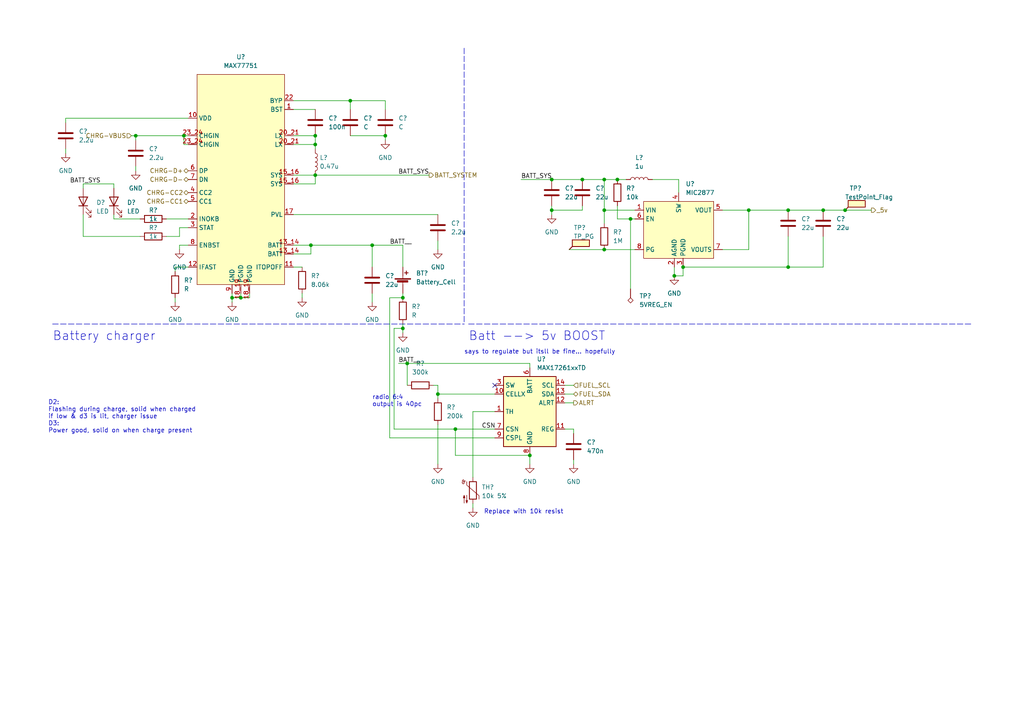
<source format=kicad_sch>
(kicad_sch (version 20211123) (generator eeschema)
  (paper "A4")
  (title_block (title "Battery / Power") (date "2022-05-14") (rev "Rev1") (comment 1 "https://github.com/cinnamondev/gamepithing"))
  (lib_symbols
    (symbol "Battery_Management:MAX17261xxTD"
      (property "Reference" "U" (at -6.985 11.43 0))
      (property "Value" "MAX17261xxTD" (at 8.255 11.43 0))
      (symbol "MAX17261xxTD_0_1"
        (rectangle (start -7.62 10.16) (end 7.62 -10.16) (stroke (width 0.254)) (fill (type background)))
      )
      (symbol "MAX17261xxTD_1_1"
        (pin passive line (at -10.16 0 0) (length 2.54) (name "TH") (number "1"))
        (pin input line (at -10.16 5.08 0) (length 2.54) (name "CELLX") (number "10"))
        (pin power_out line (at 10.16 -5.08 180) (length 2.54) (name "REG") (number "11"))
        (pin open_collector line (at 10.16 2.54 180) (length 2.54) (name "ALRT") (number "12"))
        (pin bidirectional line (at 10.16 5.08 180) (length 2.54) (name "SDA") (number "13"))
        (pin input line (at 10.16 7.62 180) (length 2.54) (name "SCL") (number "14"))
        (pin passive line (at 0 -12.7 90) (length 2.54) hide (name "GND") (number "15"))
        (pin no_connect line (at 2.54 -10.16 90) (length 2.54) hide (name "NC") (number "2"))
        (pin output line (at -10.16 7.62 0) (length 2.54) (name "SW") (number "3"))
        (pin no_connect line (at -2.54 -10.16 90) (length 2.54) hide (name "NC") (number "4"))
        (pin no_connect line (at 5.08 -10.16 90) (length 2.54) hide (name "NC") (number "5"))
        (pin power_in line (at 0 12.7 270) (length 2.54) (name "BATT") (number "6"))
        (pin passive line (at -10.16 -5.08 0) (length 2.54) (name "CSN") (number "7"))
        (pin power_in line (at 0 -12.7 90) (length 2.54) (name "GND") (number "8"))
        (pin passive line (at -10.16 -7.62 0) (length 2.54) (name "CSPL") (number "9"))
      )
    )
    (symbol "CM4IO:MAX77751"
      (property "Reference" "U2" (at 0 19.05 0))
      (property "Value" "MAX77751" (at 0 16.51 0))
      (symbol "MAX77751_0_1"
        (rectangle (start -12.7 13.97) (end 12.7 -46.99) (stroke (width 0.1524)) (fill (type background)))
      )
      (symbol "MAX77751_1_1"
        (pin input line (at 15.24 3.81 180) (length 2.54) (name "BST") (number "1"))
        (pin power_in line (at -15.24 1.27 0) (length 2.54) (name "VDD") (number "10"))
        (pin input line (at 15.24 -41.91 180) (length 2.54) (name "ITOPOFF") (number "11"))
        (pin input line (at -15.24 -41.91 0) (length 2.54) (name "IFAST") (number "12"))
        (pin power_in line (at 15.24 -38.1 180) (length 2.54) (name "BATT") (number "13_14"))
        (pin power_in line (at 15.24 -35.56 180) (length 2.54) (name "BATT") (number "13_14"))
        (pin power_out line (at 15.24 -17.78 180) (length 2.54) (name "SYS") (number "15_16"))
        (pin power_out line (at 15.24 -15.24 180) (length 2.54) (name "SYS") (number "15_16"))
        (pin input line (at 15.24 -26.67 180) (length 2.54) (name "PVL") (number "17"))
        (pin power_in line (at 0 -49.53 90) (length 2.54) (name "PGND") (number "18_19"))
        (pin power_in line (at 2.54 -49.53 90) (length 2.54) (name "PGND") (number "18_19"))
        (pin output line (at -15.24 -27.94 0) (length 2.54) (name "INOKB") (number "2"))
        (pin input line (at 15.24 -6.35 180) (length 2.54) (name "LX") (number "20_21"))
        (pin input line (at 15.24 -3.81 180) (length 2.54) (name "LX") (number "20_21"))
        (pin input line (at 15.24 6.35 180) (length 2.54) (name "BYP") (number "22"))
        (pin power_in line (at -15.24 -6.35 0) (length 2.54) (name "CHGIN") (number "23_24"))
        (pin power_in line (at -15.24 -3.81 0) (length 2.54) (name "CHGIN") (number "23_24"))
        (pin output line (at -15.24 -30.48 0) (length 2.54) (name "STAT") (number "3"))
        (pin input line (at -15.24 -20.32 0) (length 2.54) (name "CC2") (number "4"))
        (pin input line (at -15.24 -22.86 0) (length 2.54) (name "CC1") (number "5"))
        (pin input line (at -15.24 -13.97 0) (length 2.54) (name "DP") (number "6"))
        (pin input line (at -15.24 -16.51 0) (length 2.54) (name "DN") (number "7"))
        (pin input line (at -15.24 -35.56 0) (length 2.54) (name "ENBST") (number "8"))
        (pin power_in line (at -2.54 -49.53 90) (length 2.54) (name "GND") (number "9"))
      )
    )
    (symbol "CM4IO:MIC2877"
      (property "Reference" "U" (at 0 0 0))
      (property "Value" "MIC2877" (at 0 0 0))
      (symbol "MIC2877_0_1"
        (rectangle (start -10.16 -1.27) (end 10.16 -17.78) (fill (type background)))
      )
      (symbol "MIC2877_1_1"
        (pin power_in line (at -12.7 -3.81 0) (length 2.54) (name "VIN") (number "1"))
        (pin power_in line (at -1.27 -20.32 90) (length 2.54) (name "AGND") (number "2"))
        (pin power_in line (at 1.27 -20.32 90) (length 2.54) (name "PGND") (number "3"))
        (pin power_out line (at 0 1.27 270) (length 2.54) (name "SW") (number "4"))
        (pin power_out line (at 12.7 -3.81 180) (length 2.54) (name "VOUT") (number "5"))
        (pin input line (at -12.7 -6.35 0) (length 2.54) (name "EN") (number "6"))
        (pin power_out line (at 12.7 -15.24 180) (length 2.54) (name "VOUTS") (number "7"))
        (pin input line (at -12.7 -15.24 0) (length 2.54) (name "PG") (number "8"))
      )
    )
    (symbol "Connector:TestPoint_Alt" (pin_numbers hide) (pin_names (offset 0.762) hide)
      (property "Reference" "TP" (at 0 6.858 0))
      (property "Value" "TestPoint_Alt" (at 0 5.08 0))
      (symbol "TestPoint_Alt_0_1"
        (polyline (pts (xy 0 2.54) (xy -0.762 3.302) (xy 0 4.064) (xy 0.762 3.302) (xy 0 2.54)))
      )
      (symbol "TestPoint_Alt_1_1"
        (pin passive line (at 0 0 90) (length 2.54) (name "1") (number "1"))
      )
    )
    (symbol "Connector:TestPoint_Flag" (pin_numbers hide) (pin_names (offset 0.762) hide)
      (property "Reference" "TP" (at 3.429 1.778 0))
      (property "Value" "TestPoint_Flag" (at 3.302 4.191 0))
      (symbol "TestPoint_Flag_0_1"
        (polyline (pts (xy 0 0) (xy 0.889 0.889)) (stroke (width 0.254)))
        (rectangle (start 0.889 2.794) (end 5.842 0.889) (stroke (width 0.254)) (fill (type background)))
      )
      (symbol "TestPoint_Flag_1_1"
        (pin passive line (at 0 0 90) (length 0) (name "1") (number "1"))
      )
    )
    (symbol "Device:Battery_Cell" (pin_numbers hide) (pin_names (offset 0) hide)
      (property "Reference" "BT" (at 2.54 2.54 0))
      (property "Value" "Battery_Cell" (at 2.54 0 0))
      (symbol "Battery_Cell_0_1"
        (rectangle (start -2.286 1.778) (end 2.286 1.524) (fill (type outline)))
        (rectangle (start -1.5748 1.1938) (end 1.4732 0.6858) (fill (type outline)))
        (polyline (pts (xy 0 0.762) (xy 0 0)))
        (polyline (pts (xy 0 1.778) (xy 0 2.54)))
        (polyline (pts (xy 0.508 3.429) (xy 1.524 3.429)) (stroke (width 0.254)))
        (polyline (pts (xy 1.016 3.937) (xy 1.016 2.921)) (stroke (width 0.254)))
      )
      (symbol "Battery_Cell_1_1"
        (pin passive line (at 0 5.08 270) (length 2.54) (name "+") (number "1"))
        (pin passive line (at 0 -2.54 90) (length 2.54) (name "-") (number "2"))
      )
    )
    (symbol "Device:C" (pin_numbers hide) (pin_names (offset 0.254))
      (property "Reference" "C" (at 0.635 2.54 0))
      (property "Value" "C" (at 0.635 -2.54 0))
      (symbol "C_0_1"
        (polyline (pts (xy -2.032 -0.762) (xy 2.032 -0.762)) (stroke (width 0.508)))
        (polyline (pts (xy -2.032 0.762) (xy 2.032 0.762)) (stroke (width 0.508)))
      )
      (symbol "C_1_1"
        (pin passive line (at 0 3.81 270) (length 2.794) (name "~") (number "1"))
        (pin passive line (at 0 -3.81 90) (length 2.794) (name "~") (number "2"))
      )
    )
    (symbol "Device:L" (pin_numbers hide) (pin_names (offset 1.016) hide)
      (property "Reference" "L" (at -1.27 0 90))
      (property "Value" "L" (at 1.905 0 90))
      (symbol "L_0_1"
        (arc (start 0 -2.54) (mid 0.635 -1.905) (end 0 -1.27))
        (arc (start 0 -1.27) (mid 0.635 -0.635) (end 0 0))
        (arc (start 0 0) (mid 0.635 0.635) (end 0 1.27))
        (arc (start 0 1.27) (mid 0.635 1.905) (end 0 2.54))
      )
      (symbol "L_1_1"
        (pin passive line (at 0 3.81 270) (length 1.27) (name "1") (number "1"))
        (pin passive line (at 0 -3.81 90) (length 1.27) (name "2") (number "2"))
      )
    )
    (symbol "Device:LED" (pin_numbers hide) (pin_names (offset 1.016) hide)
      (property "Reference" "D" (at 0 2.54 0))
      (property "Value" "LED" (at 0 -2.54 0))
      (symbol "LED_0_1"
        (polyline (pts (xy -1.27 -1.27) (xy -1.27 1.27)) (stroke (width 0.254)))
        (polyline (pts (xy -1.27 0) (xy 1.27 0)))
        (polyline (pts (xy 1.27 -1.27) (xy 1.27 1.27) (xy -1.27 0) (xy 1.27 -1.27)) (stroke (width 0.254)))
        (polyline (pts (xy -3.048 -0.762) (xy -4.572 -2.286) (xy -3.81 -2.286) (xy -4.572 -2.286) (xy -4.572 -1.524)))
        (polyline (pts (xy -1.778 -0.762) (xy -3.302 -2.286) (xy -2.54 -2.286) (xy -3.302 -2.286) (xy -3.302 -1.524)))
      )
      (symbol "LED_1_1"
        (pin passive line (at -3.81 0 0) (length 2.54) (name "K") (number "1"))
        (pin passive line (at 3.81 0 180) (length 2.54) (name "A") (number "2"))
      )
    )
    (symbol "Device:R" (pin_numbers hide) (pin_names (offset 0))
      (property "Reference" "R" (at 2.032 0 90))
      (property "Value" "R" (at 0 0 90))
      (symbol "R_0_1"
        (rectangle (start -1.016 -2.54) (end 1.016 2.54) (stroke (width 0.254)))
      )
      (symbol "R_1_1"
        (pin passive line (at 0 3.81 270) (length 1.27) (name "~") (number "1"))
        (pin passive line (at 0 -3.81 90) (length 1.27) (name "~") (number "2"))
      )
    )
    (symbol "Device:Thermistor_NTC" (pin_numbers hide) (pin_names (offset 0))
      (property "Reference" "TH" (at -4.445 0 90))
      (property "Value" "Thermistor_NTC" (at 3.175 0 90))
      (symbol "Thermistor_NTC_0_1"
        (arc (start -3.048 2.159) (mid -3.0505 2.3165) (end -3.175 2.413))
        (arc (start -3.048 2.159) (mid -2.9736 1.9794) (end -2.794 1.905))
        (arc (start -3.048 2.794) (mid -2.9736 2.6144) (end -2.794 2.54))
        (arc (start -2.794 1.905) (mid -2.6144 1.9794) (end -2.54 2.159))
        (arc (start -2.794 2.54) (mid -2.434 2.5608) (end -2.159 2.794))
        (arc (start -2.794 3.048) (mid -2.9736 2.9736) (end -3.048 2.794))
        (arc (start -2.54 2.794) (mid -2.6144 2.9736) (end -2.794 3.048))
        (rectangle (start -1.016 2.54) (end 1.016 -2.54) (stroke (width 0.254)))
        (polyline (pts (xy -2.54 2.159) (xy -2.54 2.794)))
        (polyline (pts (xy -1.778 2.54) (xy -1.778 1.524) (xy 1.778 -1.524) (xy 1.778 -2.54)))
        (polyline (pts (xy -2.54 -3.683) (xy -2.54 -1.397) (xy -2.794 -2.159) (xy -2.286 -2.159) (xy -2.54 -1.397) (xy -2.54 -1.651)) (fill (type outline)))
        (polyline (pts (xy -1.778 -1.397) (xy -1.778 -3.683) (xy -2.032 -2.921) (xy -1.524 -2.921) (xy -1.778 -3.683) (xy -1.778 -3.429)) (fill (type outline)))
      )
      (symbol "Thermistor_NTC_1_1"
        (pin passive line (at 0 3.81 270) (length 1.27) (name "~") (number "1"))
        (pin passive line (at 0 -3.81 90) (length 1.27) (name "~") (number "2"))
      )
    )
    (symbol "power:GND" (power) (pin_names (offset 0))
      (property "Value" "GND" (at 0 -3.81 0))
      (symbol "GND_0_1"
        (polyline (pts (xy 0 0) (xy 0 -1.27) (xy 1.27 -1.27) (xy 0 -2.54) (xy -1.27 -1.27) (xy 0 -1.27)))
      )
      (symbol "GND_1_1"
        (pin power_in line (at 0 0 270) (length 0) hide (name "GND") (number "1"))
      )
    )
  )
  (junction (at 132.08 124.46))
  (junction (at 39.37 39.37))
  (junction (at 116.84 86.36))
  (junction (at 153.67 132.08))
  (junction (at 182.88 63.5))
  (junction (at 245.11 60.96))
  (junction (at 101.6 29.21))
  (junction (at 168.91 52.07))
  (junction (at 116.84 95.25))
  (junction (at 175.26 52.07))
  (junction (at 175.26 72.39))
  (junction (at 53.34 39.37))
  (junction (at 195.58 80.01))
  (junction (at 118.11 105.41))
  (junction (at 160.02 52.07))
  (junction (at 69.85 86.36))
  (junction (at 67.31 86.36))
  (junction (at 179.07 52.07))
  (junction (at 127 114.3))
  (junction (at 91.44 41.91))
  (junction (at 175.26 60.96))
  (junction (at 198.12 77.47))
  (junction (at 91.44 39.37))
  (junction (at 107.95 71.12))
  (junction (at 91.44 50.8))
  (junction (at 160.02 60.96))
  (junction (at 228.6 60.96))
  (junction (at 111.76 39.37))
  (junction (at 228.6 77.47))
  (junction (at 238.76 60.96))
  (junction (at 90.17 71.12))
  (junction (at 217.17 60.96))
  (no_connect (at 143.51 111.76))
  (wire (pts (xy 39.37 39.37) (xy 53.34 39.37)))
  (wire (pts (xy 69.85 86.36) (xy 67.31 86.36)))
  (wire (pts (xy 189.23 52.07) (xy 196.85 52.07)))
  (wire (pts (xy 228.6 60.96) (xy 238.76 60.96)))
  (wire (pts (xy 85.09 29.21) (xy 101.6 29.21)))
  (wire (pts (xy 72.39 86.36) (xy 69.85 86.36)))
  (wire (pts (xy 19.05 35.56) (xy 19.05 34.29)))
  (wire (pts (xy 163.83 116.84) (xy 166.37 116.84)))
  (wire (pts (xy 40.64 63.5) (xy 33.02 63.5)))
  (wire (pts (xy 67.31 85.09) (xy 67.31 86.36)))
  (polyline (pts (xy 134.62 13.97) (xy 134.62 93.98)))
  (wire (pts (xy 114.3 124.46) (xy 114.3 95.25)))
  (wire (pts (xy 195.58 77.47) (xy 195.58 80.01)))
  (wire (pts (xy 127 111.76) (xy 127 114.3)))
  (wire (pts (xy 85.09 53.34) (xy 91.44 53.34)))
  (wire (pts (xy 107.95 71.12) (xy 107.95 77.47)))
  (wire (pts (xy 125.73 111.76) (xy 127 111.76)))
  (wire (pts (xy 33.02 63.5) (xy 33.02 62.23)))
  (wire (pts (xy 113.03 127) (xy 143.51 127)))
  (wire (pts (xy 175.26 52.07) (xy 179.07 52.07)))
  (wire (pts (xy 160.02 52.07) (xy 168.91 52.07)))
  (wire (pts (xy 182.88 63.5) (xy 184.15 63.5)))
  (wire (pts (xy 137.16 119.38) (xy 143.51 119.38)))
  (wire (pts (xy 168.91 60.96) (xy 160.02 60.96)))
  (wire (pts (xy 228.6 77.47) (xy 198.12 77.47)))
  (wire (pts (xy 127 69.85) (xy 127 72.39)))
  (wire (pts (xy 53.34 39.37) (xy 54.61 39.37)))
  (wire (pts (xy 132.08 124.46) (xy 114.3 124.46)))
  (wire (pts (xy 101.6 39.37) (xy 111.76 39.37)))
  (wire (pts (xy 118.11 105.41) (xy 118.11 111.76)))
  (wire (pts (xy 179.07 52.07) (xy 181.61 52.07)))
  (wire (pts (xy 175.26 60.96) (xy 175.26 64.77)))
  (wire (pts (xy 90.17 73.66) (xy 90.17 71.12)))
  (wire (pts (xy 175.26 72.39) (xy 184.15 72.39)))
  (wire (pts (xy 127 114.3) (xy 143.51 114.3)))
  (wire (pts (xy 54.61 41.91) (xy 53.34 41.91)))
  (wire (pts (xy 238.76 77.47) (xy 228.6 77.47)))
  (wire (pts (xy 85.09 39.37) (xy 91.44 39.37)))
  (wire (pts (xy 132.08 124.46) (xy 132.08 132.08)))
  (wire (pts (xy 111.76 29.21) (xy 111.76 31.75)))
  (wire (pts (xy 166.37 124.46) (xy 166.37 125.73)))
  (wire (pts (xy 54.61 77.47) (xy 50.8 77.47)))
  (wire (pts (xy 52.07 71.12) (xy 52.07 72.39)))
  (wire (pts (xy 166.37 114.3) (xy 163.83 114.3)))
  (wire (pts (xy 85.09 77.47) (xy 87.63 77.47)))
  (wire (pts (xy 198.12 77.47) (xy 198.12 80.01)))
  (wire (pts (xy 115.57 105.41) (xy 118.11 105.41)))
  (wire (pts (xy 107.95 71.12) (xy 116.84 71.12)))
  (wire (pts (xy 72.39 85.09) (xy 72.39 86.36)))
  (wire (pts (xy 168.91 52.07) (xy 175.26 52.07)))
  (wire (pts (xy 165.1 72.39) (xy 175.26 72.39)))
  (wire (pts (xy 114.3 95.25) (xy 116.84 95.25)))
  (wire (pts (xy 91.44 39.37) (xy 91.44 41.91)))
  (wire (pts (xy 116.84 86.36) (xy 113.03 86.36)))
  (polyline (pts (xy 15.24 93.98) (xy 134.62 93.98)))
  (wire (pts (xy 195.58 80.01) (xy 198.12 80.01)))
  (wire (pts (xy 107.95 85.09) (xy 107.95 87.63)))
  (wire (pts (xy 116.84 71.12) (xy 116.84 77.47)))
  (wire (pts (xy 50.8 77.47) (xy 50.8 78.74)))
  (wire (pts (xy 143.51 124.46) (xy 132.08 124.46)))
  (wire (pts (xy 137.16 146.05) (xy 137.16 147.32)))
  (wire (pts (xy 175.26 60.96) (xy 175.26 52.07)))
  (wire (pts (xy 163.83 124.46) (xy 166.37 124.46)))
  (wire (pts (xy 67.31 86.36) (xy 67.31 87.63)))
  (wire (pts (xy 116.84 86.36) (xy 116.84 85.09)))
  (wire (pts (xy 85.09 71.12) (xy 90.17 71.12)))
  (wire (pts (xy 153.67 132.08) (xy 153.67 134.62)))
  (wire (pts (xy 116.84 96.52) (xy 116.84 95.25)))
  (wire (pts (xy 85.09 31.75) (xy 91.44 31.75)))
  (wire (pts (xy 217.17 72.39) (xy 217.17 60.96)))
  (wire (pts (xy 19.05 34.29) (xy 54.61 34.29)))
  (wire (pts (xy 184.15 60.96) (xy 175.26 60.96)))
  (wire (pts (xy 87.63 85.09) (xy 87.63 86.36)))
  (wire (pts (xy 91.44 50.8) (xy 124.46 50.8)))
  (wire (pts (xy 52.07 66.04) (xy 54.61 66.04)))
  (wire (pts (xy 101.6 29.21) (xy 101.6 31.75)))
  (wire (pts (xy 91.44 41.91) (xy 91.44 43.18)))
  (wire (pts (xy 182.88 83.82) (xy 182.88 63.5)))
  (wire (pts (xy 245.11 60.96) (xy 252.73 60.96)))
  (wire (pts (xy 179.07 59.69) (xy 179.07 63.5)))
  (wire (pts (xy 39.37 48.26) (xy 39.37 49.53)))
  (wire (pts (xy 196.85 52.07) (xy 196.85 55.88)))
  (wire (pts (xy 228.6 68.58) (xy 228.6 77.47)))
  (wire (pts (xy 179.07 63.5) (xy 182.88 63.5)))
  (wire (pts (xy 39.37 39.37) (xy 39.37 40.64)))
  (wire (pts (xy 48.26 63.5) (xy 54.61 63.5)))
  (wire (pts (xy 50.8 86.36) (xy 50.8 87.63)))
  (wire (pts (xy 90.17 71.12) (xy 107.95 71.12)))
  (wire (pts (xy 166.37 133.35) (xy 166.37 134.62)))
  (wire (pts (xy 168.91 59.69) (xy 168.91 60.96)))
  (wire (pts (xy 127 114.3) (xy 127 115.57)))
  (wire (pts (xy 101.6 29.21) (xy 111.76 29.21)))
  (wire (pts (xy 111.76 39.37) (xy 111.76 40.64)))
  (wire (pts (xy 53.34 41.91) (xy 53.34 39.37)))
  (wire (pts (xy 54.61 71.12) (xy 52.07 71.12)))
  (wire (pts (xy 166.37 111.76) (xy 163.83 111.76)))
  (wire (pts (xy 52.07 68.58) (xy 52.07 66.04)))
  (wire (pts (xy 69.85 85.09) (xy 69.85 86.36)))
  (wire (pts (xy 85.09 62.23) (xy 127 62.23)))
  (wire (pts (xy 116.84 95.25) (xy 116.84 93.98)))
  (wire (pts (xy 19.05 43.18) (xy 19.05 44.45)))
  (wire (pts (xy 91.44 53.34) (xy 91.44 50.8)))
  (wire (pts (xy 153.67 105.41) (xy 153.67 106.68)))
  (polyline (pts (xy 135.89 93.98) (xy 281.94 93.98)))
  (wire (pts (xy 209.55 72.39) (xy 217.17 72.39)))
  (wire (pts (xy 85.09 41.91) (xy 91.44 41.91)))
  (wire (pts (xy 209.55 60.96) (xy 217.17 60.96)))
  (wire (pts (xy 85.09 73.66) (xy 90.17 73.66)))
  (wire (pts (xy 24.13 62.23) (xy 24.13 68.58)))
  (wire (pts (xy 113.03 86.36) (xy 113.03 127)))
  (wire (pts (xy 24.13 53.34) (xy 33.02 53.34)))
  (wire (pts (xy 160.02 62.23) (xy 160.02 60.96)))
  (wire (pts (xy 238.76 60.96) (xy 245.11 60.96)))
  (wire (pts (xy 151.13 52.07) (xy 160.02 52.07)))
  (wire (pts (xy 33.02 53.34) (xy 33.02 54.61)))
  (wire (pts (xy 85.09 50.8) (xy 91.44 50.8)))
  (wire (pts (xy 24.13 68.58) (xy 40.64 68.58)))
  (wire (pts (xy 38.1 39.37) (xy 39.37 39.37)))
  (wire (pts (xy 132.08 132.08) (xy 153.67 132.08)))
  (wire (pts (xy 137.16 138.43) (xy 137.16 119.38)))
  (wire (pts (xy 127 123.19) (xy 127 134.62)))
  (wire (pts (xy 217.17 60.96) (xy 228.6 60.96)))
  (wire (pts (xy 48.26 68.58) (xy 52.07 68.58)))
  (wire (pts (xy 24.13 54.61) (xy 24.13 53.34)))
  (wire (pts (xy 160.02 60.96) (xy 160.02 59.69)))
  (wire (pts (xy 238.76 68.58) (xy 238.76 77.47)))
  (wire (pts (xy 118.11 105.41) (xy 153.67 105.41)))
  (text "Batt --> 5v BOOST" (at 135.89 99.06 0) (effects (font (size 2.54 2.54)) (justify left bottom)))
  (text "Battery charger" (at 15.24 99.06 0) (effects (font (size 2.54 2.54)) (justify left bottom)))
  (text "Switching start/reboot circuit\nInitial state: GLOBAL_EN high" (at 111.76 -29.21 0) (effects (font (size 1.27 1.27)) (justify left bottom)))
  (text "says to regulate but itsll be fine... hopefully" (at 134.62 102.87 0) (effects (font (size 1.27 1.27)) (justify left bottom)))
  (text "radio 6:4\noutput is 40pc\n" (at 107.95 118.11 0) (effects (font (size 1.27 1.27)) (justify left bottom)))
  (text "511-STEF05PUR\n\nIntegrate for EFUSE CURRENT PROTECTION!!" (at 86.36 -1.27 0) (effects (font (size 1.27 1.27)) (justify left bottom)))
  (text "Replace with 10k resist" (at 140.335 149.225 0) (effects (font (size 1.27 1.27)) (justify left bottom)))
  (text "D2:\nFlashing during charge, solid when charged\nif low & d3 is lit, charger issue\nD3:\nPower good, solid on when charge present\n" (at 13.97 125.73 0) (effects (font (size 1.27 1.27)) (justify left bottom)))
  (label "CSN" (at 139.7 124.46 0))
  (label "BATT_SYS" (at 29.21 53.34 180))
  (label "BATT__" (at 113.03 71.12 0))
  (label "BATT_SYS" (at 151.13 52.07 0))
  (label "BATT__" (at 115.57 105.41 0))
  (label "BATT_SYS" (at 124.46 50.8 180))
  (hierarchical_label "CHRG-CC1" (shape bidirectional) (at 54.61 58.42 180))
  (hierarchical_label "FUEL_SDA" (shape bidirectional) (at 166.37 114.3 0))
  (hierarchical_label "CHRG-D-" (shape bidirectional) (at 54.61 52.07 180))
  (hierarchical_label "CHRG-VBUS" (shape input) (at 38.1 39.37 180))
  (hierarchical_label "FUEL_SCL" (shape input) (at 166.37 111.76 0))
  (hierarchical_label "ALRT" (shape output) (at 166.37 116.84 0))
  (hierarchical_label "CHRG-CC2" (shape bidirectional) (at 54.61 55.88 180))
  (hierarchical_label "_5v" (shape output) (at 252.73 60.96 0))
  (hierarchical_label "CHRG-D+" (shape bidirectional) (at 54.61 49.53 180))
  (hierarchical_label "BATT_SYSTEM" (shape output) (at 124.46 50.8 0))
  (symbol (lib_id "Device:Battery_Cell") (at 116.84 82.55 0) (unit 1)
    (property "Reference" "BT?" (at 120.65 79.2479 0) (effects (justify left)))
    (property "Value" "Battery_Cell" (at 120.65 81.7879 0) (effects (justify left)))
    (property "Footprint" "Connector_JST:JST_XH_S2B-XH-A_1x02_P2.50mm_Horizontal" (effects hide))
  )
  (symbol (lib_id "power:GND") (at 195.58 80.01 0) (unit 1)
    (property "Reference" "#PWR?" (effects hide))
    (property "Value" "GND" (at 195.58 85.09 0))
  )
  (symbol (lib_id "Battery_Management:MAX17261xxTD") (at 153.67 119.38 0) (unit 1)
    (property "Reference" "U?" (at 155.6894 104.14 0) (effects (justify left)))
    (property "Value" "MAX17261xxTD" (at 155.6894 106.68 0) (effects (justify left)))
    (property "Footprint" "Package_DFN_QFN:TDFN-14-1EP_3x3mm_P0.4mm_EP1.78x2.35mm" (effects hide))
    (property "Datasheet" "https://datasheets.maximintegrated.com/en/ds/MAX17261.pdf" (effects hide))
  )
  (symbol (lib_id "power:GND") (at 87.63 86.36 0) (unit 1)
    (property "Reference" "#PWR?" (effects hide))
    (property "Value" "GND" (at 87.63 91.44 0))
  )
  (symbol (lib_id "power:GND") (at 116.84 96.52 0) (unit 1)
    (property "Reference" "#PWR?" (effects hide))
    (property "Value" "GND" (at 116.84 101.6 0))
  )
  (symbol (lib_id "Device:L") (at 91.44 46.99 0) (unit 1)
    (property "Reference" "L?" (at 92.71 45.7199 0) (effects (justify left)))
    (property "Value" "0.47u" (at 92.71 48.2599 0) (effects (justify left)))
    (property "Footprint" "Inductor_SMD:L_1008_2520Metric_Pad1.43x2.20mm_HandSolder" (effects hide))
  )
  (symbol (lib_id "CM4IO:MAX77751") (at 69.85 35.56 0) (unit 1)
    (property "Reference" "U?" (at 69.85 16.51 0))
    (property "Value" "MAX77751" (at 69.85 19.05 0))
    (property "Footprint" "CM4IO:IC_MAX77751FEFG+" (effects hide))
    (property "Datasheet" "https://www.mouser.co.uk/datasheet/2/256/MAX77751-1879090.pdf" (effects hide))
  )
  (symbol (lib_id "Connector:TestPoint_Flag") (at 165.1 72.39 0) (unit 1)
    (property "Reference" "TP?" (at 166.37 66.04 0) (effects (justify left)))
    (property "Value" "TP_PG" (at 166.37 68.58 0) (effects (justify left)))
    (property "Footprint" "TestPoint:TestPoint_THTPad_1.0x1.0mm_Drill0.5mm" (effects hide))
  )
  (symbol (lib_id "power:GND") (at 39.37 49.53 0) (unit 1)
    (property "Reference" "#PWR?" (effects hide))
    (property "Value" "GND" (at 39.37 54.61 0))
  )
  (symbol (lib_id "Device:C") (at 101.6 35.56 0) (unit 1)
    (property "Reference" "C?" (at 105.41 34.2899 0) (effects (justify left)))
    (property "Value" "C" (at 105.41 36.8299 0) (effects (justify left)))
    (property "Footprint" "Capacitor_SMD:C_0805_2012Metric_Pad1.18x1.45mm_HandSolder" (effects hide))
  )
  (symbol (lib_id "Connector:TestPoint_Alt") (at 182.88 83.82 180) (unit 1)
    (property "Reference" "TP?" (at 185.42 85.8519 0) (effects (justify right)))
    (property "Value" "5VREG_EN" (at 185.42 88.3919 0) (effects (justify right)))
    (property "Footprint" "TestPoint:TestPoint_THTPad_1.0x1.0mm_Drill0.5mm" (effects hide))
  )
  (symbol (lib_id "Device:C") (at 166.37 129.54 0) (unit 1)
    (property "Reference" "C?" (at 170.18 128.2699 0) (effects (justify left)))
    (property "Value" "470n" (at 170.18 130.8099 0) (effects (justify left)))
    (property "Footprint" "Capacitor_SMD:C_0603_1608Metric_Pad1.08x0.95mm_HandSolder" (effects hide))
  )
  (symbol (lib_id "Device:C") (at 107.95 81.28 0) (unit 1)
    (property "Reference" "C?" (at 111.76 80.0099 0) (effects (justify left)))
    (property "Value" "22u" (at 111.76 82.5499 0) (effects (justify left)))
    (property "Footprint" "Capacitor_SMD:C_0805_2012Metric_Pad1.18x1.45mm_HandSolder" (effects hide))
  )
  (symbol (lib_id "Device:L") (at 185.42 52.07 90) (unit 1)
    (property "Reference" "L?" (at 185.42 45.72 90))
    (property "Value" "1u" (at 185.42 48.26 90))
    (property "Footprint" "Inductor_SMD:L_1008_2520Metric_Pad1.43x2.20mm_HandSolder" (effects hide))
  )
  (symbol (lib_id "Device:LED") (at 24.13 58.42 90) (unit 1)
    (property "Reference" "D?" (at 27.94 58.7374 90) (effects (justify right)))
    (property "Value" "LED" (at 27.94 61.2774 90) (effects (justify right)))
    (property "Footprint" "LED_SMD:LED_0805_2012Metric_Pad1.15x1.40mm_HandSolder" (effects hide))
    (property "Field4" "https://www.mouser.co.uk/ProductDetail/Wurth-Elektronik/150080RS75000?qs=LlUlMxKIyB2jdCo7bnfgew%3D%3D" (effects hide))
  )
  (symbol (lib_id "Device:C") (at 111.76 35.56 0) (unit 1)
    (property "Reference" "C?" (at 115.57 34.2899 0) (effects (justify left)))
    (property "Value" "C" (at 115.57 36.8299 0) (effects (justify left)))
    (property "Footprint" "Capacitor_SMD:C_0805_2012Metric_Pad1.18x1.45mm_HandSolder" (effects hide))
  )
  (symbol (lib_id "Device:R") (at 87.63 81.28 0) (unit 1)
    (property "Reference" "R?" (at 90.17 80.0099 0) (effects (justify left)))
    (property "Value" "8.06k" (at 90.17 82.5499 0) (effects (justify left)))
    (property "Footprint" "Resistor_SMD:R_0603_1608Metric_Pad0.98x0.95mm_HandSolder" (effects hide))
  )
  (symbol (lib_id "Device:R") (at 50.8 82.55 0) (unit 1)
    (property "Reference" "R?" (at 53.34 81.2799 0) (effects (justify left)))
    (property "Value" "R" (at 53.34 83.8199 0) (effects (justify left)))
    (property "Footprint" "Resistor_SMD:R_0603_1608Metric_Pad0.98x0.95mm_HandSolder" (effects hide))
  )
  (symbol (lib_id "Connector:TestPoint_Flag") (at 245.11 60.96 0) (unit 1)
    (property "Reference" "TP?" (at 246.38 54.61 0) (effects (justify left)))
    (property "Value" "TestPoint_Flag" (at 245.11 57.15 0) (effects (justify left)))
    (property "Footprint" "TestPoint:TestPoint_THTPad_1.0x1.0mm_Drill0.5mm" (effects hide))
  )
  (symbol (lib_id "Device:C") (at 19.05 39.37 0) (unit 1)
    (property "Reference" "C?" (at 22.86 38.0999 0) (effects (justify left)))
    (property "Value" "2.2u" (at 22.86 40.6399 0) (effects (justify left)))
    (property "Footprint" "Capacitor_SMD:C_0603_1608Metric_Pad1.08x0.95mm_HandSolder" (effects hide))
  )
  (symbol (lib_id "Device:R") (at 44.45 68.58 90) (unit 1)
    (property "Reference" "R?" (at 44.45 66.04 90))
    (property "Value" "1k" (at 44.45 68.58 90))
    (property "Footprint" "Resistor_SMD:R_0805_2012Metric_Pad1.20x1.40mm_HandSolder" (effects hide))
  )
  (symbol (lib_id "power:GND") (at 127 134.62 0) (unit 1)
    (property "Reference" "#PWR?" (effects hide))
    (property "Value" "GND" (at 127 139.7 0))
  )
  (symbol (lib_id "power:GND") (at 111.76 40.64 0) (unit 1)
    (property "Reference" "#PWR?" (effects hide))
    (property "Value" "GND" (at 111.76 45.72 0))
  )
  (symbol (lib_id "Device:LED") (at 33.02 58.42 90) (unit 1)
    (property "Reference" "D?" (at 36.83 58.7374 90) (effects (justify right)))
    (property "Value" "LED" (at 36.83 61.2774 90) (effects (justify right)))
    (property "Footprint" "LED_SMD:LED_0805_2012Metric_Pad1.15x1.40mm_HandSolder" (effects hide))
    (property "Field4" "https://www.mouser.co.uk/ProductDetail/Wurth-Elektronik/150080YS75000?qs=LlUlMxKIyB3k0fZGrDMI2w%3D%3D" (effects hide))
  )
  (symbol (lib_id "power:GND") (at 50.8 87.63 0) (unit 1)
    (property "Reference" "#PWR?" (effects hide))
    (property "Value" "GND" (at 50.8 92.71 0))
  )
  (symbol (lib_id "Device:R") (at 175.26 68.58 0) (unit 1)
    (property "Reference" "R?" (at 177.8 67.3099 0) (effects (justify left)))
    (property "Value" "1M" (at 177.8 69.8499 0) (effects (justify left)))
    (property "Footprint" "Resistor_SMD:R_0805_2012Metric_Pad1.20x1.40mm_HandSolder" (effects hide))
  )
  (symbol (lib_id "power:GND") (at 67.31 87.63 0) (unit 1)
    (property "Reference" "#PWR?" (effects hide))
    (property "Value" "GND" (at 67.31 92.71 0))
  )
  (symbol (lib_id "Device:C") (at 238.76 64.77 0) (unit 1)
    (property "Reference" "C?" (at 242.57 63.4999 0) (effects (justify left)))
    (property "Value" "22u" (at 242.57 66.0399 0) (effects (justify left)))
    (property "Footprint" "Capacitor_SMD:C_0805_2012Metric_Pad1.18x1.45mm_HandSolder" (effects hide))
  )
  (symbol (lib_id "Device:C") (at 228.6 64.77 0) (unit 1)
    (property "Reference" "C?" (at 232.41 63.4999 0) (effects (justify left)))
    (property "Value" "22u" (at 232.41 66.0399 0) (effects (justify left)))
    (property "Footprint" "Capacitor_SMD:C_0805_2012Metric_Pad1.18x1.45mm_HandSolder" (effects hide))
  )
  (symbol (lib_id "Device:C") (at 39.37 44.45 0) (unit 1)
    (property "Reference" "C?" (at 43.18 43.1799 0) (effects (justify left)))
    (property "Value" "2.2u" (at 43.18 45.7199 0) (effects (justify left)))
    (property "Footprint" "Capacitor_SMD:C_0805_2012Metric_Pad1.18x1.45mm_HandSolder" (effects hide))
  )
  (symbol (lib_id "Device:C") (at 127 66.04 0) (unit 1)
    (property "Reference" "C?" (at 130.81 64.7699 0) (effects (justify left)))
    (property "Value" "2.2u" (at 130.81 67.3099 0) (effects (justify left)))
    (property "Footprint" "Capacitor_SMD:C_0603_1608Metric_Pad1.08x0.95mm_HandSolder" (effects hide))
  )
  (symbol (lib_id "Device:Thermistor_NTC") (at 137.16 142.24 0) (unit 1)
    (property "Reference" "TH?" (at 139.7 141.2874 0) (effects (justify left)))
    (property "Value" "10k 5%" (at 139.7 143.8274 0) (effects (justify left)))
    (property "Footprint" "Resistor_SMD:R_0805_2012Metric_Pad1.20x1.40mm_HandSolder" (effects hide))
    (property "Datasheet" "https://product.tdk.com/system/files/dam/doc/product/sensor/ntc/chip-ntc-thermistor/catalog/tpd_commercial_ntc-thermistor_ntcg_en.pdf" (effects hide))
  )
  (symbol (lib_id "power:GND") (at 19.05 44.45 0) (unit 1)
    (property "Reference" "#PWR?" (effects hide))
    (property "Value" "GND" (at 19.05 49.53 0))
  )
  (symbol (lib_id "Device:R") (at 44.45 63.5 90) (unit 1)
    (property "Reference" "R?" (at 44.45 60.96 90))
    (property "Value" "1k" (at 44.45 63.5 90))
    (property "Footprint" "Resistor_SMD:R_0805_2012Metric_Pad1.20x1.40mm_HandSolder" (effects hide))
  )
  (symbol (lib_id "power:GND") (at 137.16 147.32 0) (unit 1)
    (property "Reference" "#PWR?" (effects hide))
    (property "Value" "GND" (at 137.16 152.4 0))
  )
  (symbol (lib_id "power:GND") (at 107.95 87.63 0) (unit 1)
    (property "Reference" "#PWR?" (effects hide))
    (property "Value" "GND" (at 107.95 92.71 0))
  )
  (symbol (lib_id "Device:R") (at 179.07 55.88 0) (unit 1)
    (property "Reference" "R?" (at 181.61 54.6099 0) (effects (justify left)))
    (property "Value" "10k" (at 181.61 57.1499 0) (effects (justify left)))
    (property "Footprint" "Resistor_SMD:R_0805_2012Metric_Pad1.20x1.40mm_HandSolder" (effects hide))
  )
  (symbol (lib_id "power:GND") (at 166.37 134.62 0) (unit 1)
    (property "Reference" "#PWR?" (effects hide))
    (property "Value" "GND" (at 166.37 139.7 0))
  )
  (symbol (lib_id "power:GND") (at 160.02 62.23 0) (unit 1)
    (property "Reference" "#PWR?" (effects hide))
    (property "Value" "GND" (at 160.02 67.31 0))
  )
  (symbol (lib_id "power:GND") (at 127 72.39 0) (unit 1)
    (property "Reference" "#PWR?" (effects hide))
    (property "Value" "GND" (at 127 77.47 0))
  )
  (symbol (lib_id "CM4IO:MIC2877") (at 196.85 57.15 0) (unit 1)
    (property "Reference" "U?" (at 198.8694 53.34 0) (effects (justify left)))
    (property "Value" "MIC2877" (at 198.8694 55.88 0) (effects (justify left)))
    (property "Footprint" "CM4IO:MIC2877-AYFT-TR" (effects hide))
    (property "Datasheet" "https://ww1.microchip.com/downloads/en/DeviceDoc/20005873A.pdf" (effects hide))
  )
  (symbol (lib_id "Device:R") (at 116.84 90.17 0) (unit 1)
    (property "Reference" "R?" (at 119.38 88.8999 0) (effects (justify left)))
    (property "Value" "R" (at 119.38 91.4399 0) (effects (justify left)))
    (property "Footprint" "Resistor_SMD:R_0805_2012Metric_Pad1.20x1.40mm_HandSolder" (effects hide))
  )
  (symbol (lib_id "Device:R") (at 127 119.38 0) (unit 1)
    (property "Reference" "R?" (at 129.54 118.1099 0) (effects (justify left)))
    (property "Value" "200k" (at 129.54 120.6499 0) (effects (justify left)))
    (property "Footprint" "Resistor_SMD:R_0603_1608Metric_Pad0.98x0.95mm_HandSolder" (effects hide))
  )
  (symbol (lib_id "Device:C") (at 160.02 55.88 0) (unit 1)
    (property "Reference" "C?" (at 163.83 54.6099 0) (effects (justify left)))
    (property "Value" "22u" (at 163.83 57.1499 0) (effects (justify left)))
    (property "Footprint" "Capacitor_SMD:C_0805_2012Metric_Pad1.18x1.45mm_HandSolder" (effects hide))
  )
  (symbol (lib_id "Device:C") (at 91.44 35.56 0) (unit 1)
    (property "Reference" "C?" (at 95.25 34.2899 0) (effects (justify left)))
    (property "Value" "100n" (at 95.25 36.8299 0) (effects (justify left)))
    (property "Footprint" "Capacitor_SMD:C_0805_2012Metric_Pad1.18x1.45mm_HandSolder" (effects hide))
  )
  (symbol (lib_id "power:GND") (at 153.67 134.62 0) (unit 1)
    (property "Reference" "#PWR?" (effects hide))
    (property "Value" "GND" (at 153.67 139.7 0))
  )
  (symbol (lib_id "Device:R") (at 121.92 111.76 90) (unit 1)
    (property "Reference" "R?" (at 121.92 105.41 90))
    (property "Value" "300k" (at 121.92 107.95 90))
    (property "Footprint" "Resistor_SMD:R_0603_1608Metric_Pad0.98x0.95mm_HandSolder" (effects hide))
  )
  (symbol (lib_id "Device:C") (at 168.91 55.88 0) (unit 1)
    (property "Reference" "C?" (at 172.72 54.6099 0) (effects (justify left)))
    (property "Value" "22u" (at 172.72 57.1499 0) (effects (justify left)))
    (property "Footprint" "Capacitor_SMD:C_0805_2012Metric_Pad1.18x1.45mm_HandSolder" (effects hide))
  )
  (symbol (lib_id "power:GND") (at 52.07 72.39 0) (unit 1)
    (property "Reference" "#PWR?" (effects hide))
    (property "Value" "GND" (at 52.07 77.47 0))
  )
)
</source>
